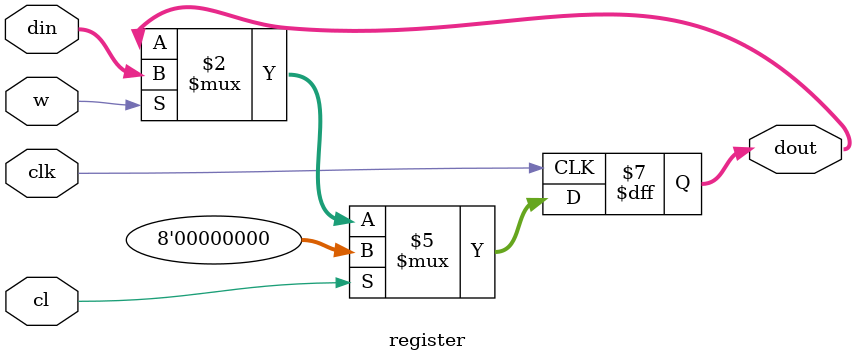
<source format=sv>
/**
 * @ Author: German Cano Quiveu, germancq
 * @ Create Time: 2019-09-30 15:29:16
 * @ Modified by: Your name
 * @ Modified time: 2019-09-30 17:17:00
 * @ Description:
 */



module register(
    input clk,
    input cl,
    input w,
    input [DATA_WIDTH-1:0] din,
    output logic [DATA_WIDTH-1:0] dout
);

parameter DATA_WIDTH = 8;

always_ff @(posedge clk) begin
    if (cl) begin
        dout <= { DATA_WIDTH {1'b0} };
    end
    else if (w) begin
        dout <= din;
    end
end

endmodule : register
</source>
